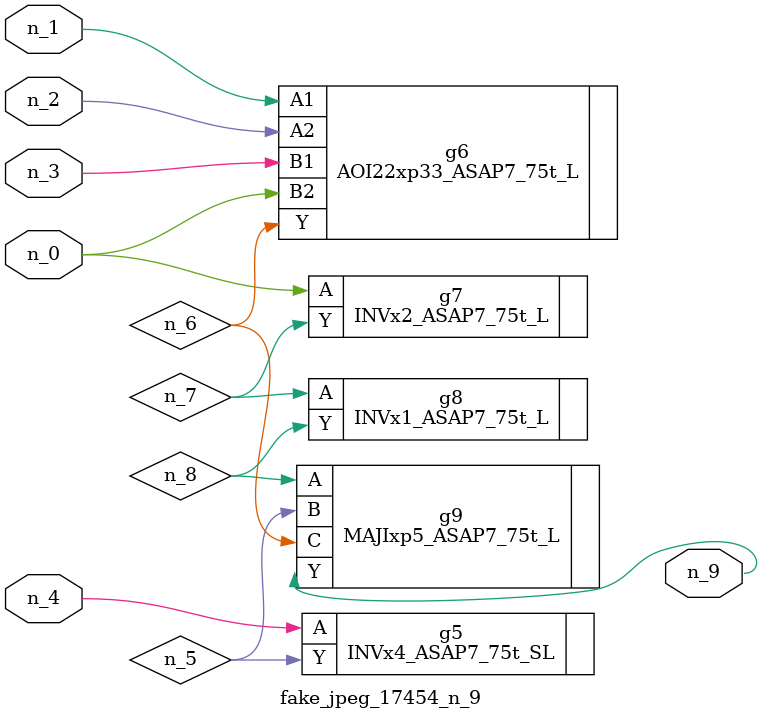
<source format=v>
module fake_jpeg_17454_n_9 (n_3, n_2, n_1, n_0, n_4, n_9);

input n_3;
input n_2;
input n_1;
input n_0;
input n_4;

output n_9;

wire n_8;
wire n_6;
wire n_5;
wire n_7;

INVx4_ASAP7_75t_SL g5 ( 
.A(n_4),
.Y(n_5)
);

AOI22xp33_ASAP7_75t_L g6 ( 
.A1(n_1),
.A2(n_2),
.B1(n_3),
.B2(n_0),
.Y(n_6)
);

INVx2_ASAP7_75t_L g7 ( 
.A(n_0),
.Y(n_7)
);

INVx1_ASAP7_75t_L g8 ( 
.A(n_7),
.Y(n_8)
);

MAJIxp5_ASAP7_75t_L g9 ( 
.A(n_8),
.B(n_5),
.C(n_6),
.Y(n_9)
);


endmodule
</source>
